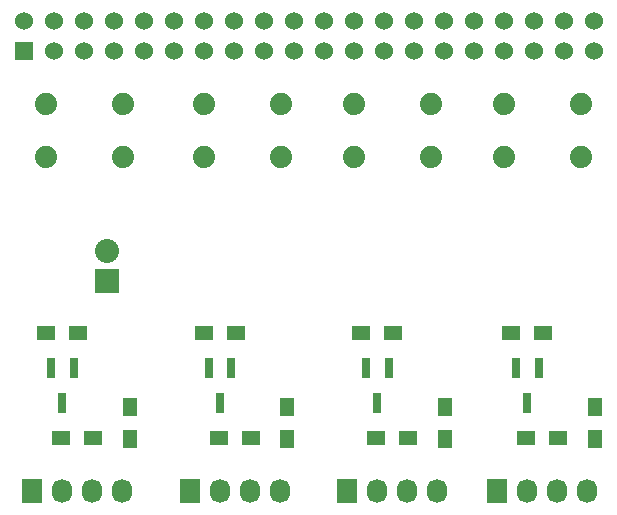
<source format=gts>
G04 #@! TF.FileFunction,Soldermask,Top*
%FSLAX46Y46*%
G04 Gerber Fmt 4.6, Leading zero omitted, Abs format (unit mm)*
G04 Created by KiCad (PCBNEW (2015-09-17 BZR 6202)-product) date Sunday, October 11, 2015 'PMt' 02:52:04 PM*
%MOMM*%
G01*
G04 APERTURE LIST*
%ADD10C,0.200000*%
%ADD11R,1.524000X1.524000*%
%ADD12C,1.524000*%
%ADD13R,1.727200X2.032000*%
%ADD14O,1.727200X2.032000*%
%ADD15R,2.032000X2.032000*%
%ADD16O,2.032000X2.032000*%
%ADD17R,1.500000X1.300000*%
%ADD18R,1.300000X1.500000*%
%ADD19C,1.879600*%
%ADD20R,0.800100X1.800860*%
G04 APERTURE END LIST*
D10*
D11*
X37370000Y-26270000D03*
D12*
X37370000Y-23730000D03*
X50070000Y-26270000D03*
X39910000Y-23730000D03*
X52610000Y-26270000D03*
X42450000Y-23730000D03*
X55150000Y-26270000D03*
X44990000Y-23730000D03*
X57690000Y-26270000D03*
X47530000Y-23730000D03*
X60230000Y-26270000D03*
X50070000Y-23730000D03*
X62770000Y-26270000D03*
X52610000Y-23730000D03*
X65310000Y-26270000D03*
X55150000Y-23730000D03*
X67850000Y-26270000D03*
X57690000Y-23730000D03*
X70390000Y-26270000D03*
X60230000Y-23730000D03*
X72930000Y-26270000D03*
X62770000Y-23730000D03*
X75470000Y-26270000D03*
X65310000Y-23730000D03*
X67850000Y-23730000D03*
X78010000Y-26270000D03*
X70390000Y-23730000D03*
X75470000Y-23730000D03*
X78010000Y-23730000D03*
X80550000Y-23730000D03*
X83090000Y-23730000D03*
X80550000Y-26270000D03*
X83090000Y-26270000D03*
X39910000Y-26270000D03*
X42450000Y-26270000D03*
X44990000Y-26270000D03*
X47530000Y-26270000D03*
X85630000Y-26270000D03*
X85630000Y-23730000D03*
X72930000Y-23730000D03*
D13*
X38100000Y-63500000D03*
D14*
X40640000Y-63500000D03*
X43180000Y-63500000D03*
X45720000Y-63500000D03*
D13*
X51435000Y-63500000D03*
D14*
X53975000Y-63500000D03*
X56515000Y-63500000D03*
X59055000Y-63500000D03*
D13*
X64770000Y-63500000D03*
D14*
X67310000Y-63500000D03*
X69850000Y-63500000D03*
X72390000Y-63500000D03*
D13*
X77470000Y-63500000D03*
D14*
X80010000Y-63500000D03*
X82550000Y-63500000D03*
X85090000Y-63500000D03*
D15*
X44450000Y-45720000D03*
D16*
X44450000Y-43180000D03*
D17*
X41990000Y-50165000D03*
X39290000Y-50165000D03*
X55325000Y-50165000D03*
X52625000Y-50165000D03*
X68660000Y-50165000D03*
X65960000Y-50165000D03*
X81360000Y-50165000D03*
X78660000Y-50165000D03*
D18*
X46355000Y-59135000D03*
X46355000Y-56435000D03*
X59690000Y-59135000D03*
X59690000Y-56435000D03*
X73025000Y-59135000D03*
X73025000Y-56435000D03*
X85725000Y-59135000D03*
X85725000Y-56435000D03*
D19*
X39293800Y-30759400D03*
X45796200Y-30759400D03*
X39293800Y-35280600D03*
X45796200Y-35280600D03*
X52628800Y-30759400D03*
X59131200Y-30759400D03*
X52628800Y-35280600D03*
X59131200Y-35280600D03*
X65328800Y-30759400D03*
X71831200Y-30759400D03*
X65328800Y-35280600D03*
X71831200Y-35280600D03*
X78028800Y-30759400D03*
X84531200Y-30759400D03*
X78028800Y-35280600D03*
X84531200Y-35280600D03*
D20*
X80960000Y-53108860D03*
X79060000Y-53108860D03*
X80010000Y-56111140D03*
X68260000Y-53108860D03*
X66360000Y-53108860D03*
X67310000Y-56111140D03*
X54925000Y-53108860D03*
X53025000Y-53108860D03*
X53975000Y-56111140D03*
X41590000Y-53108860D03*
X39690000Y-53108860D03*
X40640000Y-56111140D03*
D17*
X53895000Y-59055000D03*
X56595000Y-59055000D03*
X40560000Y-59055000D03*
X43260000Y-59055000D03*
X79930000Y-59055000D03*
X82630000Y-59055000D03*
X67230000Y-59055000D03*
X69930000Y-59055000D03*
M02*

</source>
